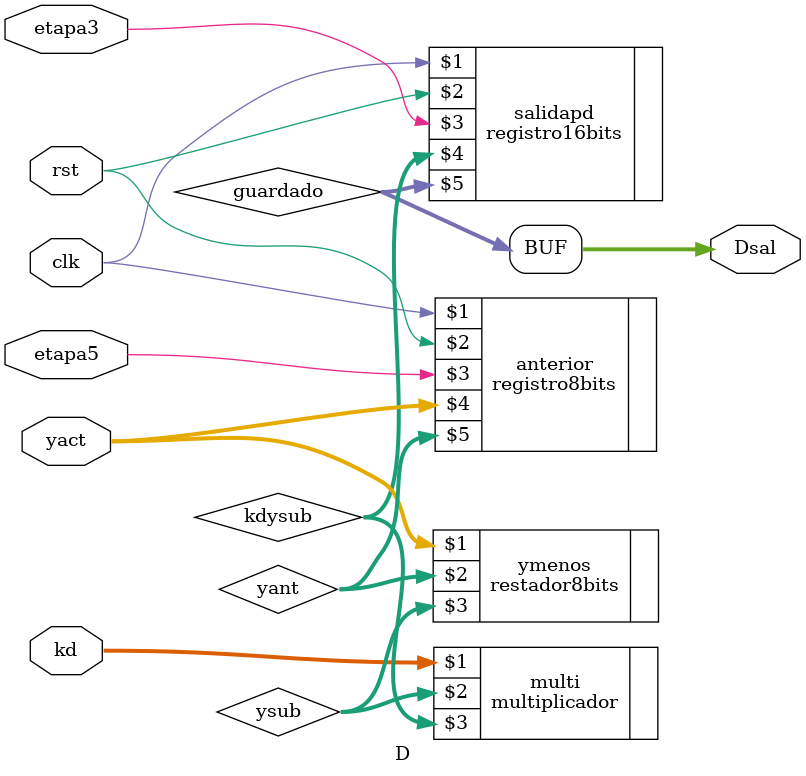
<source format=v>
`timescale 1ns / 1ps

module D(clk,rst,etapa5,etapa3,kd,yact,Dsal);
input clk,rst,etapa5,etapa3;
input [8:0]kd,yact;
output wire [17:0]Dsal;
wire [8:0]yant,ysub;
wire [17:0]kdysub,guardado;
//////////////////////////////////////////////////////////////
registro16bits salidapd(clk,rst,etapa3,kdysub,guardado);
restador8bits ymenos(yact,yant,ysub);
////////////////////////////////////////////////////////////////
multiplicador multi(kd,ysub,kdysub);
registro8bits anterior(clk,rst,etapa5,yact,yant);
assign Dsal=guardado;
endmodule

</source>
